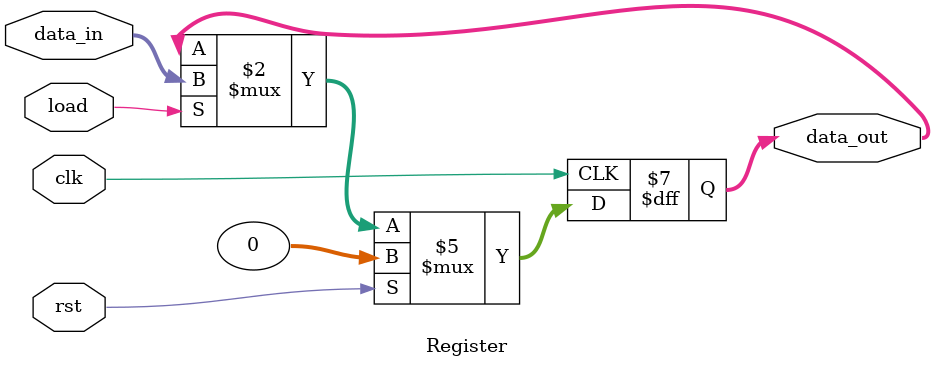
<source format=v>
module Register #(parameter WORD_SIZE = 32)
(
input clk, rst, load, 
input [WORD_SIZE-1:0] data_in, 
output reg [WORD_SIZE-1:0] data_out
);
	always @ (posedge clk)
	begin
		if(rst)
			data_out <= 'b0;
		else if(load)
			data_out <= data_in;
	end
endmodule
  
 
</source>
